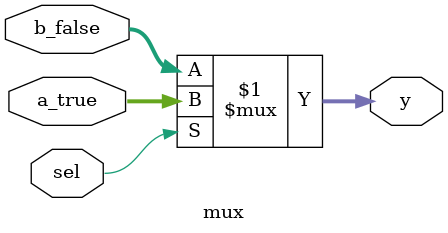
<source format=v>
`timescale 1ns / 1ps

module mux(
           output wire [31:0] y,
           input wire [31:0] a_true,
           input wire [31:0] b_false,
           input wire sel
    );
    
       assign y = sel ? a_true : b_false;
    
endmodule

</source>
